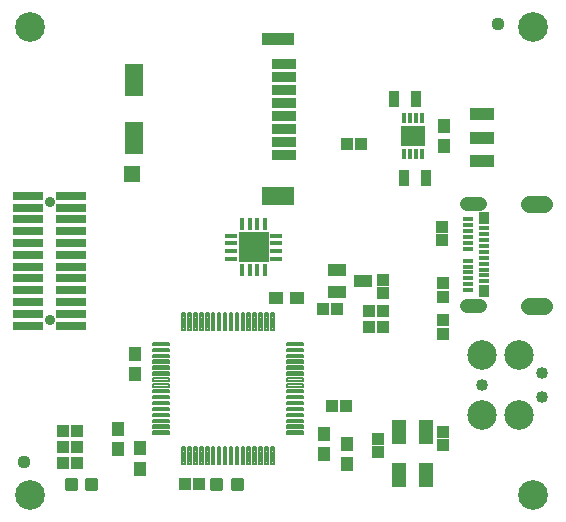
<source format=gbr>
G04 EAGLE Gerber RS-274X export*
G75*
%MOMM*%
%FSLAX34Y34*%
%LPD*%
%INSoldermask Bottom*%
%IPPOS*%
%AMOC8*
5,1,8,0,0,1.08239X$1,22.5*%
G01*
%ADD10R,1.127000X1.227000*%
%ADD11R,1.227000X1.127000*%
%ADD12C,0.195359*%
%ADD13C,2.527000*%
%ADD14R,0.977000X1.027000*%
%ADD15C,1.016000*%
%ADD16C,2.501800*%
%ADD17R,0.447000X0.987000*%
%ADD18R,0.987000X0.447000*%
%ADD19R,2.627000X2.627000*%
%ADD20R,2.132000X1.122000*%
%ADD21R,2.132000X1.121994*%
%ADD22R,2.132000X1.121991*%
%ADD23R,0.431800X0.939800*%
%ADD24R,2.006600X1.727200*%
%ADD25R,0.927000X1.327000*%
%ADD26R,0.827000X0.427000*%
%ADD27R,0.827000X1.127000*%
%ADD28C,1.227000*%
%ADD29C,1.427000*%
%ADD30R,1.027000X0.977000*%
%ADD31R,1.527000X1.127000*%
%ADD32C,0.428259*%
%ADD33R,2.127000X0.827000*%
%ADD34R,2.727000X1.127000*%
%ADD35R,2.727000X1.627000*%
%ADD36R,1.527000X2.827000*%
%ADD37R,1.327000X1.327000*%
%ADD38R,1.227000X2.027000*%
%ADD39C,1.127000*%
%ADD40R,2.540000X0.685800*%
%ADD41C,0.887000*%


D10*
X125857Y62094D03*
X125857Y45094D03*
D11*
X258690Y189738D03*
X241690Y189738D03*
D10*
X121945Y142002D03*
X121945Y125002D03*
D12*
X136952Y74472D02*
X150968Y74472D01*
X136952Y74472D02*
X136952Y76588D01*
X150968Y76588D01*
X150968Y74472D01*
X150968Y76328D02*
X136952Y76328D01*
X136952Y79472D02*
X150968Y79472D01*
X136952Y79472D02*
X136952Y81588D01*
X150968Y81588D01*
X150968Y79472D01*
X150968Y81328D02*
X136952Y81328D01*
X136952Y84472D02*
X150968Y84472D01*
X136952Y84472D02*
X136952Y86588D01*
X150968Y86588D01*
X150968Y84472D01*
X150968Y86328D02*
X136952Y86328D01*
X136952Y89472D02*
X150968Y89472D01*
X136952Y89472D02*
X136952Y91588D01*
X150968Y91588D01*
X150968Y89472D01*
X150968Y91328D02*
X136952Y91328D01*
X136952Y94472D02*
X150968Y94472D01*
X136952Y94472D02*
X136952Y96588D01*
X150968Y96588D01*
X150968Y94472D01*
X150968Y96328D02*
X136952Y96328D01*
X136952Y99472D02*
X150968Y99472D01*
X136952Y99472D02*
X136952Y101588D01*
X150968Y101588D01*
X150968Y99472D01*
X150968Y101328D02*
X136952Y101328D01*
X136952Y104472D02*
X150968Y104472D01*
X136952Y104472D02*
X136952Y106588D01*
X150968Y106588D01*
X150968Y104472D01*
X150968Y106328D02*
X136952Y106328D01*
X136952Y109472D02*
X150968Y109472D01*
X136952Y109472D02*
X136952Y111588D01*
X150968Y111588D01*
X150968Y109472D01*
X150968Y111328D02*
X136952Y111328D01*
X136952Y114472D02*
X150968Y114472D01*
X136952Y114472D02*
X136952Y116588D01*
X150968Y116588D01*
X150968Y114472D01*
X150968Y116328D02*
X136952Y116328D01*
X136952Y119472D02*
X150968Y119472D01*
X136952Y119472D02*
X136952Y121588D01*
X150968Y121588D01*
X150968Y119472D01*
X150968Y121328D02*
X136952Y121328D01*
X136952Y124472D02*
X150968Y124472D01*
X136952Y124472D02*
X136952Y126588D01*
X150968Y126588D01*
X150968Y124472D01*
X150968Y126328D02*
X136952Y126328D01*
X136952Y129472D02*
X150968Y129472D01*
X136952Y129472D02*
X136952Y131588D01*
X150968Y131588D01*
X150968Y129472D01*
X150968Y131328D02*
X136952Y131328D01*
X136952Y134472D02*
X150968Y134472D01*
X136952Y134472D02*
X136952Y136588D01*
X150968Y136588D01*
X150968Y134472D01*
X150968Y136328D02*
X136952Y136328D01*
X136952Y139472D02*
X150968Y139472D01*
X136952Y139472D02*
X136952Y141588D01*
X150968Y141588D01*
X150968Y139472D01*
X150968Y141328D02*
X136952Y141328D01*
X136952Y144472D02*
X150968Y144472D01*
X136952Y144472D02*
X136952Y146588D01*
X150968Y146588D01*
X150968Y144472D01*
X150968Y146328D02*
X136952Y146328D01*
X136952Y149472D02*
X150968Y149472D01*
X136952Y149472D02*
X136952Y151588D01*
X150968Y151588D01*
X150968Y149472D01*
X150968Y151328D02*
X136952Y151328D01*
X250352Y149472D02*
X264368Y149472D01*
X250352Y149472D02*
X250352Y151588D01*
X264368Y151588D01*
X264368Y149472D01*
X264368Y151328D02*
X250352Y151328D01*
X250352Y144472D02*
X264368Y144472D01*
X250352Y144472D02*
X250352Y146588D01*
X264368Y146588D01*
X264368Y144472D01*
X264368Y146328D02*
X250352Y146328D01*
X250352Y139472D02*
X264368Y139472D01*
X250352Y139472D02*
X250352Y141588D01*
X264368Y141588D01*
X264368Y139472D01*
X264368Y141328D02*
X250352Y141328D01*
X250352Y134472D02*
X264368Y134472D01*
X250352Y134472D02*
X250352Y136588D01*
X264368Y136588D01*
X264368Y134472D01*
X264368Y136328D02*
X250352Y136328D01*
X250352Y129472D02*
X264368Y129472D01*
X250352Y129472D02*
X250352Y131588D01*
X264368Y131588D01*
X264368Y129472D01*
X264368Y131328D02*
X250352Y131328D01*
X250352Y124472D02*
X264368Y124472D01*
X250352Y124472D02*
X250352Y126588D01*
X264368Y126588D01*
X264368Y124472D01*
X264368Y126328D02*
X250352Y126328D01*
X250352Y119472D02*
X264368Y119472D01*
X250352Y119472D02*
X250352Y121588D01*
X264368Y121588D01*
X264368Y119472D01*
X264368Y121328D02*
X250352Y121328D01*
X250352Y114472D02*
X264368Y114472D01*
X250352Y114472D02*
X250352Y116588D01*
X264368Y116588D01*
X264368Y114472D01*
X264368Y116328D02*
X250352Y116328D01*
X250352Y109472D02*
X264368Y109472D01*
X250352Y109472D02*
X250352Y111588D01*
X264368Y111588D01*
X264368Y109472D01*
X264368Y111328D02*
X250352Y111328D01*
X250352Y104472D02*
X264368Y104472D01*
X250352Y104472D02*
X250352Y106588D01*
X264368Y106588D01*
X264368Y104472D01*
X264368Y106328D02*
X250352Y106328D01*
X250352Y99472D02*
X264368Y99472D01*
X250352Y99472D02*
X250352Y101588D01*
X264368Y101588D01*
X264368Y99472D01*
X264368Y101328D02*
X250352Y101328D01*
X250352Y94472D02*
X264368Y94472D01*
X250352Y94472D02*
X250352Y96588D01*
X264368Y96588D01*
X264368Y94472D01*
X264368Y96328D02*
X250352Y96328D01*
X250352Y89472D02*
X264368Y89472D01*
X250352Y89472D02*
X250352Y91588D01*
X264368Y91588D01*
X264368Y89472D01*
X264368Y91328D02*
X250352Y91328D01*
X250352Y84472D02*
X264368Y84472D01*
X250352Y84472D02*
X250352Y86588D01*
X264368Y86588D01*
X264368Y84472D01*
X264368Y86328D02*
X250352Y86328D01*
X250352Y79472D02*
X264368Y79472D01*
X250352Y79472D02*
X250352Y81588D01*
X264368Y81588D01*
X264368Y79472D01*
X264368Y81328D02*
X250352Y81328D01*
X250352Y74472D02*
X264368Y74472D01*
X250352Y74472D02*
X250352Y76588D01*
X264368Y76588D01*
X264368Y74472D01*
X264368Y76328D02*
X250352Y76328D01*
X239218Y63338D02*
X239218Y49322D01*
X237102Y49322D01*
X237102Y63338D01*
X239218Y63338D01*
X239218Y51178D02*
X237102Y51178D01*
X237102Y53034D02*
X239218Y53034D01*
X239218Y54890D02*
X237102Y54890D01*
X237102Y56746D02*
X239218Y56746D01*
X239218Y58602D02*
X237102Y58602D01*
X237102Y60458D02*
X239218Y60458D01*
X239218Y62314D02*
X237102Y62314D01*
X234218Y63338D02*
X234218Y49322D01*
X232102Y49322D01*
X232102Y63338D01*
X234218Y63338D01*
X234218Y51178D02*
X232102Y51178D01*
X232102Y53034D02*
X234218Y53034D01*
X234218Y54890D02*
X232102Y54890D01*
X232102Y56746D02*
X234218Y56746D01*
X234218Y58602D02*
X232102Y58602D01*
X232102Y60458D02*
X234218Y60458D01*
X234218Y62314D02*
X232102Y62314D01*
X229218Y63338D02*
X229218Y49322D01*
X227102Y49322D01*
X227102Y63338D01*
X229218Y63338D01*
X229218Y51178D02*
X227102Y51178D01*
X227102Y53034D02*
X229218Y53034D01*
X229218Y54890D02*
X227102Y54890D01*
X227102Y56746D02*
X229218Y56746D01*
X229218Y58602D02*
X227102Y58602D01*
X227102Y60458D02*
X229218Y60458D01*
X229218Y62314D02*
X227102Y62314D01*
X224218Y63338D02*
X224218Y49322D01*
X222102Y49322D01*
X222102Y63338D01*
X224218Y63338D01*
X224218Y51178D02*
X222102Y51178D01*
X222102Y53034D02*
X224218Y53034D01*
X224218Y54890D02*
X222102Y54890D01*
X222102Y56746D02*
X224218Y56746D01*
X224218Y58602D02*
X222102Y58602D01*
X222102Y60458D02*
X224218Y60458D01*
X224218Y62314D02*
X222102Y62314D01*
X219218Y63338D02*
X219218Y49322D01*
X217102Y49322D01*
X217102Y63338D01*
X219218Y63338D01*
X219218Y51178D02*
X217102Y51178D01*
X217102Y53034D02*
X219218Y53034D01*
X219218Y54890D02*
X217102Y54890D01*
X217102Y56746D02*
X219218Y56746D01*
X219218Y58602D02*
X217102Y58602D01*
X217102Y60458D02*
X219218Y60458D01*
X219218Y62314D02*
X217102Y62314D01*
X214218Y63338D02*
X214218Y49322D01*
X212102Y49322D01*
X212102Y63338D01*
X214218Y63338D01*
X214218Y51178D02*
X212102Y51178D01*
X212102Y53034D02*
X214218Y53034D01*
X214218Y54890D02*
X212102Y54890D01*
X212102Y56746D02*
X214218Y56746D01*
X214218Y58602D02*
X212102Y58602D01*
X212102Y60458D02*
X214218Y60458D01*
X214218Y62314D02*
X212102Y62314D01*
X209218Y63338D02*
X209218Y49322D01*
X207102Y49322D01*
X207102Y63338D01*
X209218Y63338D01*
X209218Y51178D02*
X207102Y51178D01*
X207102Y53034D02*
X209218Y53034D01*
X209218Y54890D02*
X207102Y54890D01*
X207102Y56746D02*
X209218Y56746D01*
X209218Y58602D02*
X207102Y58602D01*
X207102Y60458D02*
X209218Y60458D01*
X209218Y62314D02*
X207102Y62314D01*
X204218Y63338D02*
X204218Y49322D01*
X202102Y49322D01*
X202102Y63338D01*
X204218Y63338D01*
X204218Y51178D02*
X202102Y51178D01*
X202102Y53034D02*
X204218Y53034D01*
X204218Y54890D02*
X202102Y54890D01*
X202102Y56746D02*
X204218Y56746D01*
X204218Y58602D02*
X202102Y58602D01*
X202102Y60458D02*
X204218Y60458D01*
X204218Y62314D02*
X202102Y62314D01*
X199218Y63338D02*
X199218Y49322D01*
X197102Y49322D01*
X197102Y63338D01*
X199218Y63338D01*
X199218Y51178D02*
X197102Y51178D01*
X197102Y53034D02*
X199218Y53034D01*
X199218Y54890D02*
X197102Y54890D01*
X197102Y56746D02*
X199218Y56746D01*
X199218Y58602D02*
X197102Y58602D01*
X197102Y60458D02*
X199218Y60458D01*
X199218Y62314D02*
X197102Y62314D01*
X194218Y63338D02*
X194218Y49322D01*
X192102Y49322D01*
X192102Y63338D01*
X194218Y63338D01*
X194218Y51178D02*
X192102Y51178D01*
X192102Y53034D02*
X194218Y53034D01*
X194218Y54890D02*
X192102Y54890D01*
X192102Y56746D02*
X194218Y56746D01*
X194218Y58602D02*
X192102Y58602D01*
X192102Y60458D02*
X194218Y60458D01*
X194218Y62314D02*
X192102Y62314D01*
X189218Y63338D02*
X189218Y49322D01*
X187102Y49322D01*
X187102Y63338D01*
X189218Y63338D01*
X189218Y51178D02*
X187102Y51178D01*
X187102Y53034D02*
X189218Y53034D01*
X189218Y54890D02*
X187102Y54890D01*
X187102Y56746D02*
X189218Y56746D01*
X189218Y58602D02*
X187102Y58602D01*
X187102Y60458D02*
X189218Y60458D01*
X189218Y62314D02*
X187102Y62314D01*
X184218Y63338D02*
X184218Y49322D01*
X182102Y49322D01*
X182102Y63338D01*
X184218Y63338D01*
X184218Y51178D02*
X182102Y51178D01*
X182102Y53034D02*
X184218Y53034D01*
X184218Y54890D02*
X182102Y54890D01*
X182102Y56746D02*
X184218Y56746D01*
X184218Y58602D02*
X182102Y58602D01*
X182102Y60458D02*
X184218Y60458D01*
X184218Y62314D02*
X182102Y62314D01*
X179218Y63338D02*
X179218Y49322D01*
X177102Y49322D01*
X177102Y63338D01*
X179218Y63338D01*
X179218Y51178D02*
X177102Y51178D01*
X177102Y53034D02*
X179218Y53034D01*
X179218Y54890D02*
X177102Y54890D01*
X177102Y56746D02*
X179218Y56746D01*
X179218Y58602D02*
X177102Y58602D01*
X177102Y60458D02*
X179218Y60458D01*
X179218Y62314D02*
X177102Y62314D01*
X174218Y63338D02*
X174218Y49322D01*
X172102Y49322D01*
X172102Y63338D01*
X174218Y63338D01*
X174218Y51178D02*
X172102Y51178D01*
X172102Y53034D02*
X174218Y53034D01*
X174218Y54890D02*
X172102Y54890D01*
X172102Y56746D02*
X174218Y56746D01*
X174218Y58602D02*
X172102Y58602D01*
X172102Y60458D02*
X174218Y60458D01*
X174218Y62314D02*
X172102Y62314D01*
X169218Y63338D02*
X169218Y49322D01*
X167102Y49322D01*
X167102Y63338D01*
X169218Y63338D01*
X169218Y51178D02*
X167102Y51178D01*
X167102Y53034D02*
X169218Y53034D01*
X169218Y54890D02*
X167102Y54890D01*
X167102Y56746D02*
X169218Y56746D01*
X169218Y58602D02*
X167102Y58602D01*
X167102Y60458D02*
X169218Y60458D01*
X169218Y62314D02*
X167102Y62314D01*
X164218Y63338D02*
X164218Y49322D01*
X162102Y49322D01*
X162102Y63338D01*
X164218Y63338D01*
X164218Y51178D02*
X162102Y51178D01*
X162102Y53034D02*
X164218Y53034D01*
X164218Y54890D02*
X162102Y54890D01*
X162102Y56746D02*
X164218Y56746D01*
X164218Y58602D02*
X162102Y58602D01*
X162102Y60458D02*
X164218Y60458D01*
X164218Y62314D02*
X162102Y62314D01*
X164218Y162722D02*
X164218Y176738D01*
X164218Y162722D02*
X162102Y162722D01*
X162102Y176738D01*
X164218Y176738D01*
X164218Y164578D02*
X162102Y164578D01*
X162102Y166434D02*
X164218Y166434D01*
X164218Y168290D02*
X162102Y168290D01*
X162102Y170146D02*
X164218Y170146D01*
X164218Y172002D02*
X162102Y172002D01*
X162102Y173858D02*
X164218Y173858D01*
X164218Y175714D02*
X162102Y175714D01*
X169218Y176738D02*
X169218Y162722D01*
X167102Y162722D01*
X167102Y176738D01*
X169218Y176738D01*
X169218Y164578D02*
X167102Y164578D01*
X167102Y166434D02*
X169218Y166434D01*
X169218Y168290D02*
X167102Y168290D01*
X167102Y170146D02*
X169218Y170146D01*
X169218Y172002D02*
X167102Y172002D01*
X167102Y173858D02*
X169218Y173858D01*
X169218Y175714D02*
X167102Y175714D01*
X174218Y176738D02*
X174218Y162722D01*
X172102Y162722D01*
X172102Y176738D01*
X174218Y176738D01*
X174218Y164578D02*
X172102Y164578D01*
X172102Y166434D02*
X174218Y166434D01*
X174218Y168290D02*
X172102Y168290D01*
X172102Y170146D02*
X174218Y170146D01*
X174218Y172002D02*
X172102Y172002D01*
X172102Y173858D02*
X174218Y173858D01*
X174218Y175714D02*
X172102Y175714D01*
X179218Y176738D02*
X179218Y162722D01*
X177102Y162722D01*
X177102Y176738D01*
X179218Y176738D01*
X179218Y164578D02*
X177102Y164578D01*
X177102Y166434D02*
X179218Y166434D01*
X179218Y168290D02*
X177102Y168290D01*
X177102Y170146D02*
X179218Y170146D01*
X179218Y172002D02*
X177102Y172002D01*
X177102Y173858D02*
X179218Y173858D01*
X179218Y175714D02*
X177102Y175714D01*
X184218Y176738D02*
X184218Y162722D01*
X182102Y162722D01*
X182102Y176738D01*
X184218Y176738D01*
X184218Y164578D02*
X182102Y164578D01*
X182102Y166434D02*
X184218Y166434D01*
X184218Y168290D02*
X182102Y168290D01*
X182102Y170146D02*
X184218Y170146D01*
X184218Y172002D02*
X182102Y172002D01*
X182102Y173858D02*
X184218Y173858D01*
X184218Y175714D02*
X182102Y175714D01*
X189218Y176738D02*
X189218Y162722D01*
X187102Y162722D01*
X187102Y176738D01*
X189218Y176738D01*
X189218Y164578D02*
X187102Y164578D01*
X187102Y166434D02*
X189218Y166434D01*
X189218Y168290D02*
X187102Y168290D01*
X187102Y170146D02*
X189218Y170146D01*
X189218Y172002D02*
X187102Y172002D01*
X187102Y173858D02*
X189218Y173858D01*
X189218Y175714D02*
X187102Y175714D01*
X194218Y176738D02*
X194218Y162722D01*
X192102Y162722D01*
X192102Y176738D01*
X194218Y176738D01*
X194218Y164578D02*
X192102Y164578D01*
X192102Y166434D02*
X194218Y166434D01*
X194218Y168290D02*
X192102Y168290D01*
X192102Y170146D02*
X194218Y170146D01*
X194218Y172002D02*
X192102Y172002D01*
X192102Y173858D02*
X194218Y173858D01*
X194218Y175714D02*
X192102Y175714D01*
X199218Y176738D02*
X199218Y162722D01*
X197102Y162722D01*
X197102Y176738D01*
X199218Y176738D01*
X199218Y164578D02*
X197102Y164578D01*
X197102Y166434D02*
X199218Y166434D01*
X199218Y168290D02*
X197102Y168290D01*
X197102Y170146D02*
X199218Y170146D01*
X199218Y172002D02*
X197102Y172002D01*
X197102Y173858D02*
X199218Y173858D01*
X199218Y175714D02*
X197102Y175714D01*
X204218Y176738D02*
X204218Y162722D01*
X202102Y162722D01*
X202102Y176738D01*
X204218Y176738D01*
X204218Y164578D02*
X202102Y164578D01*
X202102Y166434D02*
X204218Y166434D01*
X204218Y168290D02*
X202102Y168290D01*
X202102Y170146D02*
X204218Y170146D01*
X204218Y172002D02*
X202102Y172002D01*
X202102Y173858D02*
X204218Y173858D01*
X204218Y175714D02*
X202102Y175714D01*
X209218Y176738D02*
X209218Y162722D01*
X207102Y162722D01*
X207102Y176738D01*
X209218Y176738D01*
X209218Y164578D02*
X207102Y164578D01*
X207102Y166434D02*
X209218Y166434D01*
X209218Y168290D02*
X207102Y168290D01*
X207102Y170146D02*
X209218Y170146D01*
X209218Y172002D02*
X207102Y172002D01*
X207102Y173858D02*
X209218Y173858D01*
X209218Y175714D02*
X207102Y175714D01*
X214218Y176738D02*
X214218Y162722D01*
X212102Y162722D01*
X212102Y176738D01*
X214218Y176738D01*
X214218Y164578D02*
X212102Y164578D01*
X212102Y166434D02*
X214218Y166434D01*
X214218Y168290D02*
X212102Y168290D01*
X212102Y170146D02*
X214218Y170146D01*
X214218Y172002D02*
X212102Y172002D01*
X212102Y173858D02*
X214218Y173858D01*
X214218Y175714D02*
X212102Y175714D01*
X219218Y176738D02*
X219218Y162722D01*
X217102Y162722D01*
X217102Y176738D01*
X219218Y176738D01*
X219218Y164578D02*
X217102Y164578D01*
X217102Y166434D02*
X219218Y166434D01*
X219218Y168290D02*
X217102Y168290D01*
X217102Y170146D02*
X219218Y170146D01*
X219218Y172002D02*
X217102Y172002D01*
X217102Y173858D02*
X219218Y173858D01*
X219218Y175714D02*
X217102Y175714D01*
X224218Y176738D02*
X224218Y162722D01*
X222102Y162722D01*
X222102Y176738D01*
X224218Y176738D01*
X224218Y164578D02*
X222102Y164578D01*
X222102Y166434D02*
X224218Y166434D01*
X224218Y168290D02*
X222102Y168290D01*
X222102Y170146D02*
X224218Y170146D01*
X224218Y172002D02*
X222102Y172002D01*
X222102Y173858D02*
X224218Y173858D01*
X224218Y175714D02*
X222102Y175714D01*
X229218Y176738D02*
X229218Y162722D01*
X227102Y162722D01*
X227102Y176738D01*
X229218Y176738D01*
X229218Y164578D02*
X227102Y164578D01*
X227102Y166434D02*
X229218Y166434D01*
X229218Y168290D02*
X227102Y168290D01*
X227102Y170146D02*
X229218Y170146D01*
X229218Y172002D02*
X227102Y172002D01*
X227102Y173858D02*
X229218Y173858D01*
X229218Y175714D02*
X227102Y175714D01*
X234218Y176738D02*
X234218Y162722D01*
X232102Y162722D01*
X232102Y176738D01*
X234218Y176738D01*
X234218Y164578D02*
X232102Y164578D01*
X232102Y166434D02*
X234218Y166434D01*
X234218Y168290D02*
X232102Y168290D01*
X232102Y170146D02*
X234218Y170146D01*
X234218Y172002D02*
X232102Y172002D01*
X232102Y173858D02*
X234218Y173858D01*
X234218Y175714D02*
X232102Y175714D01*
X239218Y176738D02*
X239218Y162722D01*
X237102Y162722D01*
X237102Y176738D01*
X239218Y176738D01*
X239218Y164578D02*
X237102Y164578D01*
X237102Y166434D02*
X239218Y166434D01*
X239218Y168290D02*
X237102Y168290D01*
X237102Y170146D02*
X239218Y170146D01*
X239218Y172002D02*
X237102Y172002D01*
X237102Y173858D02*
X239218Y173858D01*
X239218Y175714D02*
X237102Y175714D01*
D13*
X33110Y418980D03*
X33110Y22980D03*
X459110Y22980D03*
X459110Y418980D03*
D10*
X107569Y78604D03*
X107569Y61604D03*
X281940Y57540D03*
X281940Y74540D03*
D14*
X300186Y97739D03*
X288586Y97739D03*
D10*
X300990Y48650D03*
X300990Y65650D03*
D15*
X415290Y115570D03*
X466090Y105410D03*
X466090Y125730D03*
D16*
X415290Y140970D03*
X415290Y90170D03*
X447040Y90170D03*
X447040Y140970D03*
D17*
X232000Y213060D03*
X225500Y213060D03*
X219000Y213060D03*
X212500Y213060D03*
D18*
X202900Y222660D03*
X202900Y229160D03*
X202900Y235660D03*
X202900Y242160D03*
D17*
X212500Y251760D03*
X219000Y251760D03*
X225500Y251760D03*
X232000Y251760D03*
D18*
X241600Y242160D03*
X241600Y235660D03*
X241600Y229160D03*
X241600Y222660D03*
D19*
X222250Y232410D03*
D20*
X415450Y305120D03*
D21*
X415450Y325120D03*
D22*
X415450Y345120D03*
D23*
X364490Y311150D03*
X359410Y311150D03*
X354330Y311150D03*
X349250Y311150D03*
X349250Y341630D03*
X354330Y341630D03*
X359410Y341630D03*
X364490Y341630D03*
D24*
X356870Y326390D03*
D25*
X350029Y291211D03*
X368029Y291211D03*
X359520Y358140D03*
X341520Y358140D03*
D10*
X383286Y334890D03*
X383286Y317890D03*
D26*
X404260Y256060D03*
X404260Y251060D03*
X404260Y246060D03*
X404260Y241060D03*
X404260Y236060D03*
X404260Y231060D03*
X404260Y221060D03*
X404260Y216060D03*
X404260Y211060D03*
X404260Y206060D03*
X404260Y201060D03*
X404260Y196060D03*
D27*
X417260Y195060D03*
D26*
X417260Y203560D03*
X417260Y208560D03*
X417260Y213560D03*
X417260Y218560D03*
X417260Y223560D03*
X417260Y228560D03*
X417260Y233560D03*
X417260Y238560D03*
X417260Y243560D03*
X417260Y248560D03*
D27*
X417260Y257060D03*
D28*
X413860Y269260D02*
X402860Y269260D01*
X402860Y182860D02*
X413860Y182860D01*
D29*
X455460Y269260D02*
X468460Y269260D01*
X468460Y182860D02*
X455460Y182860D01*
D30*
X381914Y249869D03*
X381914Y238269D03*
X382397Y190161D03*
X382397Y201761D03*
D14*
X331580Y178206D03*
X319980Y178206D03*
X331580Y164541D03*
X319980Y164541D03*
D31*
X314530Y203962D03*
X292530Y213462D03*
X292530Y194462D03*
D30*
X331546Y193412D03*
X331546Y205012D03*
D14*
X280966Y180467D03*
X292566Y180467D03*
X60875Y63246D03*
X72475Y63246D03*
X60875Y76962D03*
X72475Y76962D03*
D32*
X211654Y35244D02*
X211654Y28256D01*
X204666Y28256D01*
X204666Y35244D01*
X211654Y35244D01*
X211654Y32325D02*
X204666Y32325D01*
X194114Y35244D02*
X194114Y28256D01*
X187126Y28256D01*
X187126Y35244D01*
X194114Y35244D01*
X194114Y32325D02*
X187126Y32325D01*
X88464Y35244D02*
X88464Y28256D01*
X81476Y28256D01*
X81476Y35244D01*
X88464Y35244D01*
X88464Y32325D02*
X81476Y32325D01*
X70924Y35244D02*
X70924Y28256D01*
X63936Y28256D01*
X63936Y35244D01*
X70924Y35244D01*
X70924Y32325D02*
X63936Y32325D01*
D14*
X60875Y49403D03*
X72475Y49403D03*
X175980Y31750D03*
X164380Y31750D03*
D33*
X247650Y387900D03*
X247650Y376900D03*
X247650Y365900D03*
X247650Y354900D03*
X247650Y343900D03*
X247650Y332900D03*
X247650Y321900D03*
X247650Y310900D03*
D34*
X242650Y408900D03*
D35*
X242650Y275400D03*
D36*
X120650Y324900D03*
X120650Y373900D03*
D37*
X119650Y294400D03*
D14*
X301540Y320040D03*
X313140Y320040D03*
D30*
X382270Y171002D03*
X382270Y159402D03*
D38*
X368065Y76209D03*
X345065Y39209D03*
X345065Y76209D03*
X368065Y39209D03*
D30*
X327558Y58818D03*
X327558Y70418D03*
X382880Y76209D03*
X382880Y64609D03*
D39*
X27940Y50800D03*
X429260Y421640D03*
D40*
X31730Y165980D03*
X67330Y165980D03*
X31730Y175980D03*
X67330Y175980D03*
X31730Y185980D03*
X67330Y185980D03*
X31730Y195980D03*
X67330Y195980D03*
X31730Y205980D03*
X67330Y205980D03*
X31730Y215980D03*
X67330Y215980D03*
X31730Y225980D03*
X67330Y225980D03*
X31730Y235980D03*
X67330Y235980D03*
X31730Y245980D03*
X67330Y245980D03*
X31730Y255980D03*
X67330Y255980D03*
X31730Y265980D03*
X67330Y265980D03*
X31730Y275980D03*
X67330Y275980D03*
D41*
X49530Y170980D03*
X49530Y270980D03*
M02*

</source>
